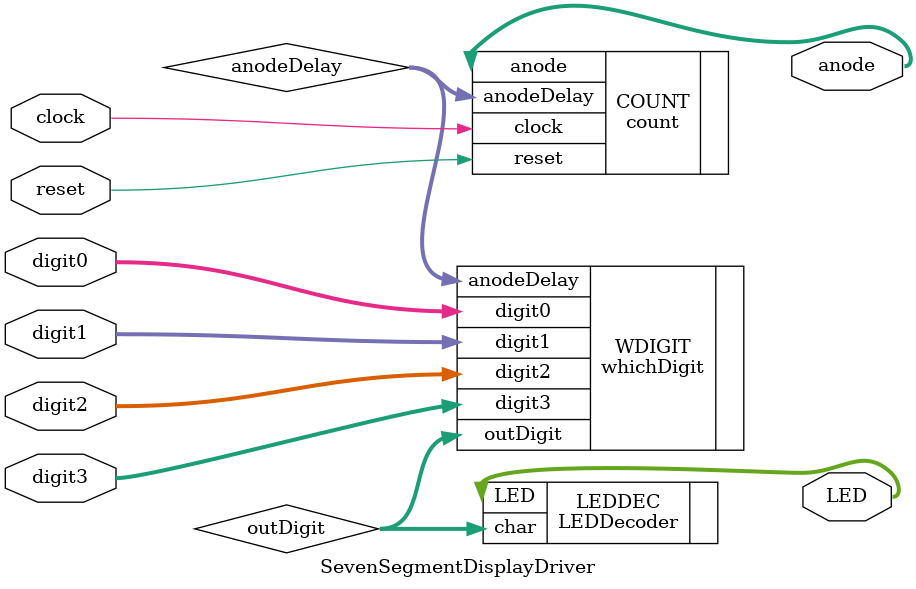
<source format=sv>
`include "count.v"
`include "whichDigit.v"
`include "LEDDecoder.v"
`timescale 1ns / 1ps

module SevenSegmentDisplayDriver(clock, reset, digit0, digit1, digit2, digit3, anode, LED);
  input clock, reset;
  input [3:0] digit0; 
  input [3:0] digit1; 
  input [3:0] digit2; 
  input [3:0] digit3; 
  
  output wire [6:0] LED; 
  output wire[3:0] anode;

  wire [3:0] anodeDelay;
  wire [3:0] outDigit;

  count COUNT(
    .clock(clock), .reset(reset), 
    .anode(anode), 
    .anodeDelay(anodeDelay));  
  
  whichDigit WDIGIT (
    .digit0(digit0), .digit1(digit1), 
    .digit2(digit2), .digit3(digit3), 
    .anodeDelay(anodeDelay), .outDigit(outDigit));
  
  LEDDecoder LEDDEC (
    .char(outDigit), .LED(LED));

endmodule

</source>
